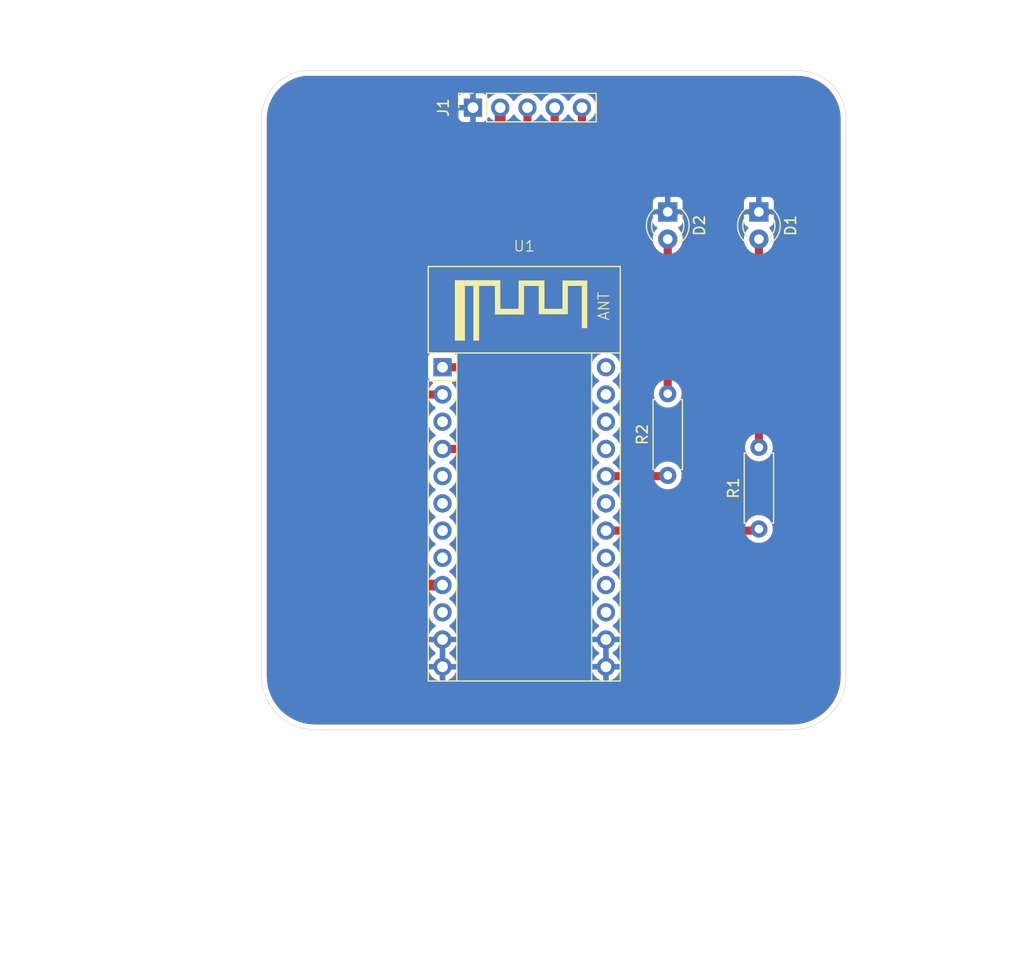
<source format=kicad_pcb>
(kicad_pcb (version 20241229) (generator "pcbnew") (generator_version "9.0")
  (layers (0 "F.Cu" signal) (2 "B.Cu" signal) (13 "F.Paste" user) (15 "B.Paste" user) (5 "F.SilkS" user "F.Silkscreen") (7 "B.SilkS" user "B.Silkscreen") (1 "F.Mask" user) (3 "B.Mask" user) (25 "Edge.Cuts" user))
  (net 0 "")
  (net 1 "GND")
  (net 2 "Net-(D1-A)")
  (net 3 "Net-(D2-A)")
  (net 4 "/VRY")
  (net 5 "+5V")
  (net 6 "/VRX")
  (net 7 "/SW")
  (net 8 "Net-(U1-IO8)")
  (net 9 "Net-(U1-IO10)")
  (footprint "Resistor_THT:R_Axial_DIN0207_L6.3mm_D2.5mm_P7.62mm_Horizontal" (layer "F.Cu") (at 156.76 83.85 90)
    (property "Reference" "R1" (at 3.81 -2.37 90) (layer "F.SilkS"))
    (property "Value" "R_US")
    (fp_line (start 7.08 -1.37) (end 7.08 -1.04) (stroke (width 0.12)) (layer "F.SilkS"))
    (fp_line (start 0.54 -1.37) (end 7.08 -1.37) (stroke (width 0.12)) (layer "F.SilkS"))
    (fp_line (start 0.54 -1.04) (end 0.54 -1.37) (stroke (width 0.12)) (layer "F.SilkS"))
    (fp_line (start 0.54 1.04) (end 0.54 1.37) (stroke (width 0.12)) (layer "F.SilkS"))
    (fp_line (start 7.08 1.37) (end 7.08 1.04) (stroke (width 0.12)) (layer "F.SilkS"))
    (fp_line (start 0.54 1.37) (end 7.08 1.37) (stroke (width 0.12)) (layer "F.SilkS"))
    (pad "1" thru_hole circle (at 0 0 90) (size 1.6 1.6) (drill 0.8) (layers "*.Cu" "*.Mask") (net 8 "Net-(U1-IO8)"))
    (pad "2" thru_hole oval (at 7.62 0 90) (size 1.6 1.6) (drill 0.8) (layers "*.Cu" "*.Mask") (net 2 "Net-(D1-A)"))
  )
  (footprint "Connector_PinSocket_2.54mm:PinSocket_1x05_P2.54mm_Vertical" (layer "F.Cu") (at 130.1 44.54 90)
    (property "Reference" "J1" (at 0 -2.77 90) (layer "F.SilkS"))
    (property "Value" "Conn_01x05_Socket")
    (fp_line (start 1.33 -1.33) (end 1.33 0) (stroke (width 0.12)) (layer "F.SilkS"))
    (fp_line (start 0 -1.33) (end 1.33 -1.33) (stroke (width 0.12)) (layer "F.SilkS"))
    (fp_line (start 1.33 1.27) (end 1.33 11.49) (stroke (width 0.12)) (layer "F.SilkS"))
    (fp_line (start -1.33 1.27) (end 1.33 1.27) (stroke (width 0.12)) (layer "F.SilkS"))
    (fp_line (start -1.33 1.27) (end -1.33 11.49) (stroke (width 0.12)) (layer "F.SilkS"))
    (fp_line (start -1.33 11.49) (end 1.33 11.49) (stroke (width 0.12)) (layer "F.SilkS"))
    (pad "1" thru_hole rect (at 0 0 90) (size 1.7 1.7) (drill 1) (layers "*.Cu" "*.Mask") (net 1 "GND"))
    (pad "2" thru_hole oval (at 0 2.54 90) (size 1.7 1.7) (drill 1) (layers "*.Cu" "*.Mask") (net 5 "+5V"))
    (pad "3" thru_hole oval (at 0 5.08 90) (size 1.7 1.7) (drill 1) (layers "*.Cu" "*.Mask") (net 6 "/VRX"))
    (pad "4" thru_hole oval (at 0 7.62 90) (size 1.7 1.7) (drill 1) (layers "*.Cu" "*.Mask") (net 4 "/VRY"))
    (pad "5" thru_hole oval (at 0 10.16 90) (size 1.7 1.7) (drill 1) (layers "*.Cu" "*.Mask") (net 7 "/SW"))
  )
  (footprint "ESP32_OPS:WeAct-ESP32-C3Fx4-CoreBoard" (layer "F.Cu") (at 134.88 81.46)
    (property "Reference" "U1" (at 0 -24 0) (layer "F.SilkS") (effects (font (thickness 0.1))))
    (property "Value" "~" (hide yes))
    (fp_line (start -8.95 -22.1) (end 8.95 -22.1) (stroke (width 0.12)) (layer "F.SilkS"))
    (fp_line (start -8.95 -14.03) (end -8.95 -22.1) (stroke (width 0.12)) (layer "F.SilkS"))
    (fp_line (start -8.95 -14.03) (end 8.95 -14.03) (stroke (width 0.12)) (layer "F.SilkS"))
    (fp_line (start -8.95 -11.43) (end -8.95 16.57) (stroke (width 0.12)) (layer "F.SilkS"))
    (fp_line (start -8.95 -11.43) (end -6.29 -11.43) (stroke (width 0.12)) (layer "F.SilkS"))
    (fp_line (start -8.95 16.57) (end 8.95 16.57) (stroke (width 0.12)) (layer "F.SilkS"))
    (fp_line (start -6.29 -14.03) (end -6.29 -11.43) (stroke (width 0.12)) (layer "F.SilkS"))
    (fp_line (start -6.29 -11.43) (end -6.29 16.57) (stroke (width 0.12)) (layer "F.SilkS"))
    (fp_line (start 6.29 -14.03) (end 6.29 16.57) (stroke (width 0.12)) (layer "F.SilkS"))
    (fp_line (start 8.95 -22.1) (end 8.95 16.57) (stroke (width 0.12)) (layer "F.SilkS"))
    (fp_rect (start -6.4699 -15.1806) (end -5.5301 -20.8194) (fill yes) (layer "F.SilkS"))
    (fp_rect (start -5.5301 -20.286) (end -2.2281 -20.8194) (fill yes) (layer "F.SilkS"))
    (fp_rect (start -4.7427 -15.1806) (end -4.2093 -20.3114) (fill yes) (layer "F.SilkS"))
    (fp_rect (start -2.7361 -17.619) (end -2.2281 -20.286) (fill yes) (layer "F.SilkS"))
    (fp_rect (start -2.3297 -17.619) (end -0.0183 -18.1524) (fill yes) (layer "F.SilkS"))
    (fp_rect (start -0.5263 -17.619) (end -0.0183 -20.794) (fill yes) (layer "F.SilkS"))
    (fp_rect (start -0.0183 -20.286) (end 1.8867 -20.794) (fill yes) (layer "F.SilkS"))
    (fp_rect (start 1.3533 -17.6444) (end 1.8867 -20.286) (fill yes) (layer "F.SilkS"))
    (fp_rect (start 1.8867 -17.6444) (end 4.0711 -18.1524) (fill yes) (layer "F.SilkS"))
    (fp_rect (start 3.5631 -18.1524) (end 4.0711 -20.794) (fill yes) (layer "F.SilkS"))
    (fp_rect (start 4.0711 -20.286) (end 5.8745 -20.794) (fill yes) (layer "F.SilkS"))
    (fp_rect (start 5.3665 -16.349) (end 5.8745 -20.286) (fill yes) (layer "F.SilkS"))
    (fp_text user "ANT" (at 8 -17 90) (layer "F.SilkS") (effects (font (thickness 0.1)) (justify left bottom)))
    (pad "1" thru_hole rect (at -7.62 -12.7) (size 1.7 1.7) (drill 1) (layers "*.Cu" "*.Mask") (net 4 "/VRY"))
    (pad "2" thru_hole oval (at -7.62 -10.16) (size 1.7 1.7) (drill 1) (layers "*.Cu" "*.Mask") (net 6 "/VRX"))
    (pad "3" thru_hole oval (at -7.62 -7.62) (size 1.7 1.7) (drill 1) (layers "*.Cu" "*.Mask"))
    (pad "4" thru_hole oval (at -7.62 -5.08) (size 1.7 1.7) (drill 1) (layers "*.Cu" "*.Mask") (net 7 "/SW"))
    (pad "5" thru_hole oval (at -7.62 -2.54) (size 1.7 1.7) (drill 1) (layers "*.Cu" "*.Mask"))
    (pad "6" thru_hole oval (at -7.62 0) (size 1.7 1.7) (drill 1) (layers "*.Cu" "*.Mask"))
    (pad "7" thru_hole oval (at -7.62 2.54) (size 1.7 1.7) (drill 1) (layers "*.Cu" "*.Mask"))
    (pad "8" thru_hole oval (at -7.62 5.08) (size 1.7 1.7) (drill 1) (layers "*.Cu" "*.Mask"))
    (pad "9" thru_hole oval (at -7.62 7.62) (size 1.7 1.7) (drill 1) (layers "*.Cu" "*.Mask") (net 5 "+5V"))
    (pad "10" thru_hole oval (at -7.62 10.16) (size 1.7 1.7) (drill 1) (layers "*.Cu" "*.Mask"))
    (pad "11" thru_hole oval (at -7.62 12.7) (size 1.7 1.7) (drill 1) (layers "*.Cu" "*.Mask") (net 1 "GND"))
    (pad "12" thru_hole oval (at -7.62 15.24) (size 1.7 1.7) (drill 1) (layers "*.Cu" "*.Mask") (net 1 "GND"))
    (pad "13" thru_hole oval (at 7.62 15.24) (size 1.7 1.7) (drill 1) (layers "*.Cu" "*.Mask") (net 1 "GND"))
    (pad "14" thru_hole oval (at 7.62 12.7) (size 1.7 1.7) (drill 1) (layers "*.Cu" "*.Mask") (net 1 "GND"))
    (pad "15" thru_hole oval (at 7.62 10.16) (size 1.7 1.7) (drill 1) (layers "*.Cu" "*.Mask"))
    (pad "16" thru_hole oval (at 7.62 7.62) (size 1.7 1.7) (drill 1) (layers "*.Cu" "*.Mask"))
    (pad "17" thru_hole oval (at 7.62 5.08) (size 1.7 1.7) (drill 1) (layers "*.Cu" "*.Mask"))
    (pad "18" thru_hole oval (at 7.62 2.54) (size 1.7 1.7) (drill 1) (layers "*.Cu" "*.Mask") (net 8 "Net-(U1-IO8)"))
    (pad "19" thru_hole oval (at 7.62 0) (size 1.7 1.7) (drill 1) (layers "*.Cu" "*.Mask"))
    (pad "20" thru_hole oval (at 7.62 -2.54) (size 1.7 1.7) (drill 1) (layers "*.Cu" "*.Mask") (net 9 "Net-(U1-IO10)"))
    (pad "21" thru_hole oval (at 7.62 -5.08) (size 1.7 1.7) (drill 1) (layers "*.Cu" "*.Mask"))
    (pad "22" thru_hole oval (at 7.62 -7.62) (size 1.7 1.7) (drill 1) (layers "*.Cu" "*.Mask"))
    (pad "23" thru_hole oval (at 7.62 -10.16) (size 1.7 1.7) (drill 1) (layers "*.Cu" "*.Mask"))
    (pad "24" thru_hole oval (at 7.62 -12.7) (size 1.7 1.7) (drill 1) (layers "*.Cu" "*.Mask"))
  )
  (footprint "Resistor_THT:R_Axial_DIN0207_L6.3mm_D2.5mm_P7.62mm_Horizontal" (layer "F.Cu") (at 148.26 78.85 90)
    (property "Reference" "R2" (at 3.81 -2.37 90) (layer "F.SilkS"))
    (property "Value" "R_US")
    (fp_line (start 7.08 -1.37) (end 7.08 -1.04) (stroke (width 0.12)) (layer "F.SilkS"))
    (fp_line (start 0.54 -1.37) (end 7.08 -1.37) (stroke (width 0.12)) (layer "F.SilkS"))
    (fp_line (start 0.54 -1.04) (end 0.54 -1.37) (stroke (width 0.12)) (layer "F.SilkS"))
    (fp_line (start 0.54 1.04) (end 0.54 1.37) (stroke (width 0.12)) (layer "F.SilkS"))
    (fp_line (start 7.08 1.37) (end 7.08 1.04) (stroke (width 0.12)) (layer "F.SilkS"))
    (fp_line (start 0.54 1.37) (end 7.08 1.37) (stroke (width 0.12)) (layer "F.SilkS"))
    (pad "1" thru_hole circle (at 0 0 90) (size 1.6 1.6) (drill 0.8) (layers "*.Cu" "*.Mask") (net 9 "Net-(U1-IO10)"))
    (pad "2" thru_hole oval (at 7.62 0 90) (size 1.6 1.6) (drill 0.8) (layers "*.Cu" "*.Mask") (net 3 "Net-(D2-A)"))
  )
  (footprint "LED_THT:LED_D3.0mm" (layer "F.Cu") (at 156.76 54.27 -90)
    (property "Reference" "D1" (at 1.27 -2.96 90) (layer "F.SilkS"))
    (property "Value" "LED")
    (fp_line (start -0.29 1.08) (end -0.29 1.236) (stroke (width 0.12)) (layer "F.SilkS"))
    (fp_line (start -0.29 -1.236) (end -0.29 -1.08) (stroke (width 0.12)) (layer "F.SilkS"))
    (fp_arc (start 2.941397 1.080061) (mid 1.365624 1.987701) (end -0.29 1.235516) (stroke (width 0.12)) (layer "F.SilkS"))
    (fp_arc (start 2.31091 1.080049) (mid 1.269964 1.5) (end 0.229039 1.08) (stroke (width 0.12)) (layer "F.SilkS"))
    (fp_arc (start 0.229039 -1.08) (mid 1.269964 -1.5) (end 2.31091 -1.080049) (stroke (width 0.12)) (layer "F.SilkS"))
    (fp_arc (start -0.29 -1.235516) (mid 1.365624 -1.987701) (end 2.941397 -1.080061) (stroke (width 0.12)) (layer "F.SilkS"))
    (pad "1" thru_hole rect (at 0 0 270) (size 1.8 1.8) (drill 0.9) (layers "*.Cu" "*.Mask") (net 1 "GND"))
    (pad "2" thru_hole circle (at 2.54 0 270) (size 1.8 1.8) (drill 0.9) (layers "*.Cu" "*.Mask") (net 2 "Net-(D1-A)"))
  )
  (footprint "LED_THT:LED_D3.0mm" (layer "F.Cu") (at 148.26 54.27 -90)
    (property "Reference" "D2" (at 1.27 -2.96 90) (layer "F.SilkS"))
    (property "Value" "LED")
    (fp_line (start -0.29 1.08) (end -0.29 1.236) (stroke (width 0.12)) (layer "F.SilkS"))
    (fp_line (start -0.29 -1.236) (end -0.29 -1.08) (stroke (width 0.12)) (layer "F.SilkS"))
    (fp_arc (start 2.941397 1.080061) (mid 1.365624 1.987701) (end -0.29 1.235516) (stroke (width 0.12)) (layer "F.SilkS"))
    (fp_arc (start 2.31091 1.080049) (mid 1.269964 1.5) (end 0.229039 1.08) (stroke (width 0.12)) (layer "F.SilkS"))
    (fp_arc (start 0.229039 -1.08) (mid 1.269964 -1.5) (end 2.31091 -1.080049) (stroke (width 0.12)) (layer "F.SilkS"))
    (fp_arc (start -0.29 -1.235516) (mid 1.365624 -1.987701) (end 2.941397 -1.080061) (stroke (width 0.12)) (layer "F.SilkS"))
    (pad "1" thru_hole rect (at 0 0 270) (size 1.8 1.8) (drill 0.9) (layers "*.Cu" "*.Mask") (net 1 "GND"))
    (pad "2" thru_hole circle (at 2.54 0 270) (size 1.8 1.8) (drill 0.9) (layers "*.Cu" "*.Mask") (net 3 "Net-(D2-A)"))
  )
  (gr_arc (start 110.38 45.58) (mid 111.533982 42.560384) (end 114.407693 41.08) (stroke (width 0.05)) (layer "Edge.Cuts"))
  (gr_arc (start 164.88 97.58) (mid 163.415534 101.115534) (end 159.88 102.58) (stroke (width 0.05)) (layer "Edge.Cuts"))
  (gr_line (start 110.38 45.58) (end 110.38 97.58) (stroke (width 0.05)) (layer "Edge.Cuts"))
  (gr_line (start 115.38 102.58) (end 159.88 102.58) (stroke (width 0.05)) (layer "Edge.Cuts"))
  (gr_line (start 114.407693 41.08) (end 160.38 41.08) (stroke (width 0.05)) (layer "Edge.Cuts"))
  (gr_arc (start 160.38 41.08) (mid 163.561981 42.398019) (end 164.88 45.58) (stroke (width 0.05)) (layer "Edge.Cuts"))
  (gr_arc (start 115.38 102.58) (mid 111.844466 101.115534) (end 110.38 97.58) (stroke (width 0.05)) (layer "Edge.Cuts"))
  (gr_line (start 164.88 45.58) (end 164.88 97.58) (stroke (width 0.05)) (layer "Edge.Cuts"))
  (segment (start 156.76 56.81) (end 156.76 76.23) (width 0.762) (layer "F.Cu") (net 2))
  (segment (start 148.26 56.81) (end 148.26 71.23) (width 0.762) (layer "F.Cu") (net 3))
  (segment (start 137.72 63.08) (end 132.04 68.76) (width 0.762) (layer "F.Cu") (net 4))
  (segment (start 137.72 44.54) (end 137.72 63.08) (width 0.762) (layer "F.Cu") (net 4))
  (segment (start 132.04 68.76) (end 127.26 68.76) (width 0.762) (layer "F.Cu") (net 4))
  (segment (start 120.3 89.08) (end 127.26 89.08) (width 1.016) (layer "F.Cu") (net 5))
  (segment (start 118.26 87.04) (end 120.3 89.08) (width 1.016) (layer "F.Cu") (net 5))
  (segment (start 132.64 44.54) (end 132.64 46.16) (width 1.016) (layer "F.Cu") (net 5))
  (segment (start 131.26 47.54) (end 120.76 47.54) (width 1.016) (layer "F.Cu") (net 5))
  (segment (start 120.76 47.54) (end 118.26 50.04) (width 1.016) (layer "F.Cu") (net 5))
  (segment (start 132.64 46.16) (end 131.26 47.54) (width 1.016) (layer "F.Cu") (net 5))
  (segment (start 118.26 50.04) (end 118.26 87.04) (width 1.016) (layer "F.Cu") (net 5))
  (segment (start 121.76 69.54) (end 123.52 71.3) (width 0.762) (layer "F.Cu") (net 6))
  (segment (start 135.18 44.54) (end 135.18 47.62) (width 0.762) (layer "F.Cu") (net 6))
  (segment (start 121.76 51.54) (end 121.76 69.54) (width 0.762) (layer "F.Cu") (net 6))
  (segment (start 135.18 47.62) (end 132.76 50.04) (width 0.762) (layer "F.Cu") (net 6))
  (segment (start 123.26 50.04) (end 121.76 51.54) (width 0.762) (layer "F.Cu") (net 6))
  (segment (start 132.76 50.04) (end 123.26 50.04) (width 0.762) (layer "F.Cu") (net 6))
  (segment (start 123.52 71.3) (end 127.26 71.3) (width 0.762) (layer "F.Cu") (net 6))
  (segment (start 140.26 44.54) (end 140.26 74.54) (width 0.762) (layer "F.Cu") (net 7))
  (segment (start 140.26 74.54) (end 138.42 76.38) (width 0.762) (layer "F.Cu") (net 7))
  (segment (start 138.42 76.38) (end 127.26 76.38) (width 0.762) (layer "F.Cu") (net 7))
  (segment (start 142.5 84) (end 156.61 84) (width 0.762) (layer "F.Cu") (net 8))
  (segment (start 156.61 84) (end 156.76 83.85) (width 0.762) (layer "F.Cu") (net 8))
  (segment (start 148.19 78.92) (end 148.26 78.85) (width 0.762) (layer "F.Cu") (net 9))
  (segment (start 142.5 78.92) (end 148.19 78.92) (width 0.762) (layer "F.Cu") (net 9))
  (zone (net 1) (net_name "GND") (layers "F.Cu" "B.Cu") (connect_pads (clearance 0.5)) (min_thickness 0.25) (fill yes (thermal_gap 0.5) (thermal_bridge_width 0.5))
    (polygon (pts (xy 105 37) (xy 181.5 34.5) (xy 175.5 123.5) (xy 86 113)))
  )
)
</source>
